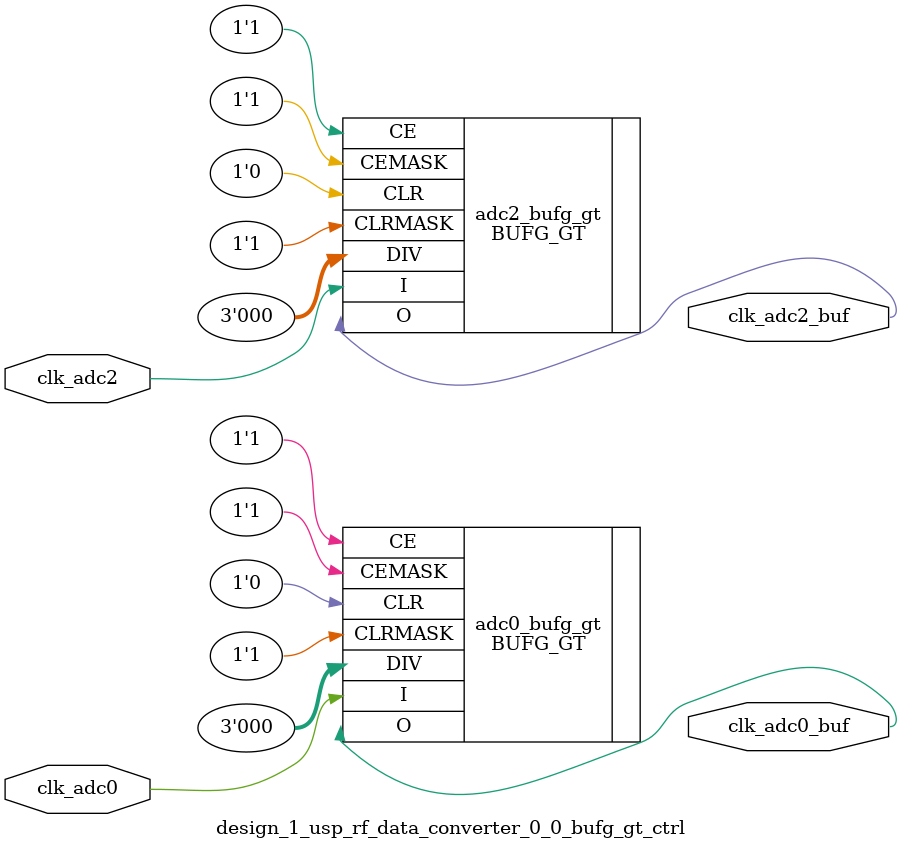
<source format=v>


`timescale 1ns / 1ps

(* DowngradeIPIdentifiedWarnings="yes" *)
module design_1_usp_rf_data_converter_0_0_bufg_gt_ctrl (
  // ADC Fabric Feedback Clock for Tile 0
  input    clk_adc0,
  
  output   clk_adc0_buf,
    
  // ADC Fabric Feedback Clock for Tile 2
  input    clk_adc2,
  
  output   clk_adc2_buf
    
);

 
  BUFG_GT adc0_bufg_gt
  (
    .I       (clk_adc0),
    .CE      (1'b1),
    .CEMASK  (1'b1),
    .CLR     (1'b0),
    .CLRMASK (1'b1),
    .DIV     (3'b000),
    .O       (clk_adc0_buf)
  );  

  BUFG_GT adc2_bufg_gt
  (
    .I       (clk_adc2),
    .CE      (1'b1),
    .CEMASK  (1'b1),
    .CLR     (1'b0),
    .CLRMASK (1'b1),
    .DIV     (3'b000),
    .O       (clk_adc2_buf)
  );  

endmodule

</source>
